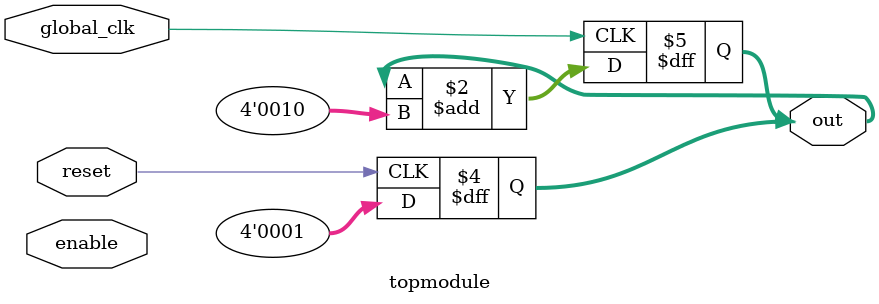
<source format=v>
module topmodule (
    input global_clk,
    input reset,
    input enable,
    output reg [3:0]out
);
always @(posedge global_clk) begin
    out <= out+4'b0010;
end
always @(posedge reset) begin
    out<=4'b0001;
end
endmodule
</source>
